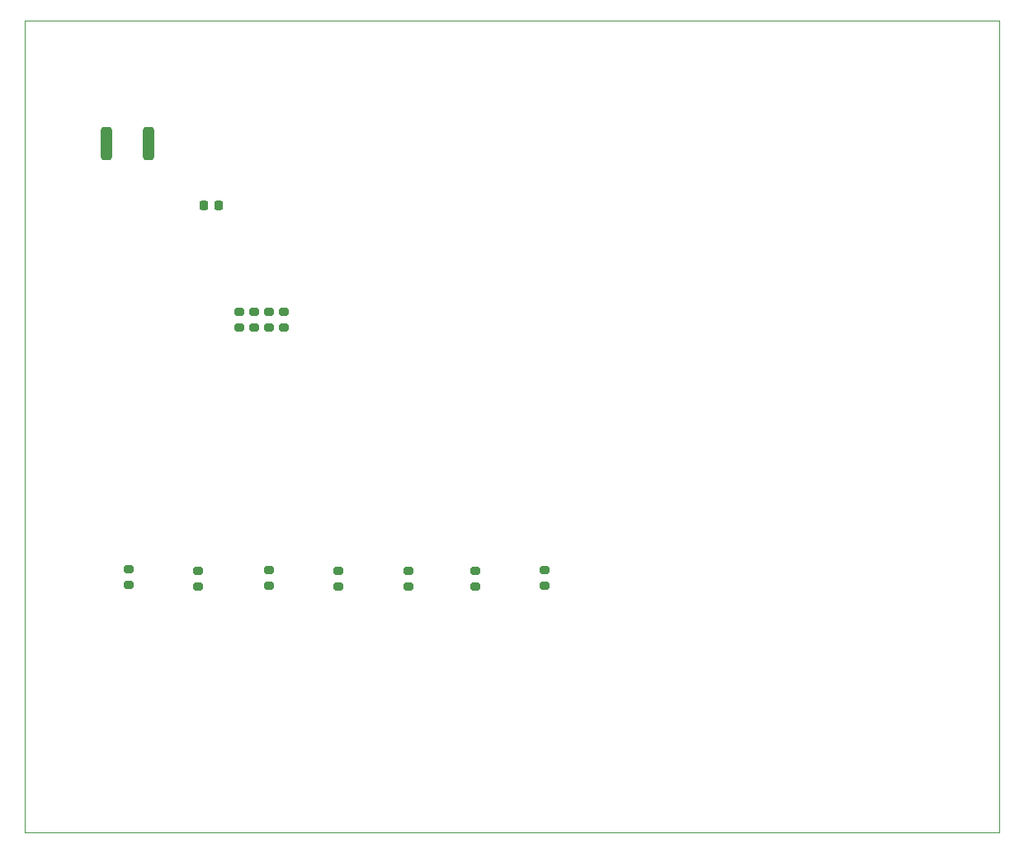
<source format=gbr>
%TF.GenerationSoftware,KiCad,Pcbnew,8.0.0*%
%TF.CreationDate,2024-08-19T20:21:19+02:00*%
%TF.ProjectId,led_stairs_controller,6c65645f-7374-4616-9972-735f636f6e74,V0.3*%
%TF.SameCoordinates,Original*%
%TF.FileFunction,Paste,Bot*%
%TF.FilePolarity,Positive*%
%FSLAX46Y46*%
G04 Gerber Fmt 4.6, Leading zero omitted, Abs format (unit mm)*
G04 Created by KiCad (PCBNEW 8.0.0) date 2024-08-19 20:21:19*
%MOMM*%
%LPD*%
G01*
G04 APERTURE LIST*
G04 Aperture macros list*
%AMRoundRect*
0 Rectangle with rounded corners*
0 $1 Rounding radius*
0 $2 $3 $4 $5 $6 $7 $8 $9 X,Y pos of 4 corners*
0 Add a 4 corners polygon primitive as box body*
4,1,4,$2,$3,$4,$5,$6,$7,$8,$9,$2,$3,0*
0 Add four circle primitives for the rounded corners*
1,1,$1+$1,$2,$3*
1,1,$1+$1,$4,$5*
1,1,$1+$1,$6,$7*
1,1,$1+$1,$8,$9*
0 Add four rect primitives between the rounded corners*
20,1,$1+$1,$2,$3,$4,$5,0*
20,1,$1+$1,$4,$5,$6,$7,0*
20,1,$1+$1,$6,$7,$8,$9,0*
20,1,$1+$1,$8,$9,$2,$3,0*%
G04 Aperture macros list end*
%ADD10RoundRect,0.200000X-0.275000X0.200000X-0.275000X-0.200000X0.275000X-0.200000X0.275000X0.200000X0*%
%ADD11RoundRect,0.250000X-0.312500X-1.450000X0.312500X-1.450000X0.312500X1.450000X-0.312500X1.450000X0*%
%ADD12RoundRect,0.225000X0.225000X0.250000X-0.225000X0.250000X-0.225000X-0.250000X0.225000X-0.250000X0*%
%ADD13RoundRect,0.200000X0.275000X-0.200000X0.275000X0.200000X-0.275000X0.200000X-0.275000X-0.200000X0*%
%TA.AperFunction,Profile*%
%ADD14C,0.120000*%
%TD*%
G04 APERTURE END LIST*
D10*
%TO.C,R26*%
X126200000Y-85575000D03*
X126200000Y-87225000D03*
%TD*%
%TO.C,R27*%
X127700000Y-85575000D03*
X127700000Y-87225000D03*
%TD*%
D11*
%TO.C,F17*%
X109562500Y-68300000D03*
X113837500Y-68300000D03*
%TD*%
D12*
%TO.C,C2*%
X121075000Y-74700000D03*
X119525000Y-74700000D03*
%TD*%
D10*
%TO.C,R23*%
X124700000Y-85575000D03*
X124700000Y-87225000D03*
%TD*%
D13*
%TO.C,R1*%
X111800000Y-113625000D03*
X111800000Y-111975000D03*
%TD*%
D10*
%TO.C,R22*%
X123200000Y-85575000D03*
X123200000Y-87225000D03*
%TD*%
D13*
%TO.C,R7*%
X154500000Y-113725000D03*
X154500000Y-112075000D03*
%TD*%
%TO.C,R3*%
X126200000Y-113725000D03*
X126200000Y-112075000D03*
%TD*%
%TO.C,R4*%
X133300000Y-113825000D03*
X133300000Y-112175000D03*
%TD*%
%TO.C,R5*%
X140500000Y-113825000D03*
X140500000Y-112175000D03*
%TD*%
%TO.C,R6*%
X147400000Y-113825000D03*
X147400000Y-112175000D03*
%TD*%
%TO.C,R2*%
X118900000Y-113825000D03*
X118900000Y-112175000D03*
%TD*%
D14*
%TO.C,MOD1*%
X101175000Y-55745000D02*
X101175000Y-138995000D01*
X101175000Y-138995000D02*
X201175000Y-138995000D01*
X201175000Y-55745000D02*
X101175000Y-55745000D01*
X201175000Y-138995000D02*
X201175000Y-55745000D01*
%TD*%
M02*

</source>
